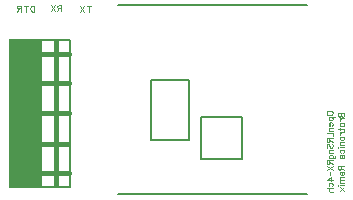
<source format=gbo>
G04 DipTrace Beta 2.3.5.2*
%IN4chRemix.GBO*%
%MOIN*%
%ADD14C,0.015*%
%ADD19C,0.008*%
%ADD20C,0.005*%
%ADD72C,0.0031*%
%ADD74C,0.0044*%
%FSLAX44Y44*%
G04*
G70*
G90*
G75*
G01*
%LNBottom BottomSilk*%
%LPD*%
X3820Y6400D2*
D20*
X10120D1*
X3810Y100D2*
X10110D1*
X4920Y3900D2*
X6200D1*
Y1930D1*
X4920D1*
Y3900D1*
X6580Y2670D2*
X7950D1*
Y1270D1*
X6580D1*
Y2670D1*
G36*
X190Y5280D2*
X1280D1*
Y320D1*
X190D1*
Y5280D1*
G37*
X1240Y5240D2*
D19*
X2220D1*
Y360D1*
X1240D1*
Y5240D1*
X1750Y5200D2*
D14*
Y400D1*
X1230Y4790D2*
X2170D1*
X1240Y3800D2*
X2180D1*
X1230Y2800D2*
X2190D1*
X1210Y1790D2*
X2150D1*
X1230Y800D2*
X2170D1*
X1032Y6396D2*
D74*
Y6195D1*
X965D1*
X936Y6204D1*
X917Y6224D1*
X907Y6243D1*
X898Y6271D1*
Y6319D1*
X907Y6348D1*
X917Y6367D1*
X936Y6386D1*
X965Y6396D1*
X1032D1*
X743D2*
Y6195D1*
X810Y6396D2*
X676D1*
X589Y6300D2*
X503D1*
X474Y6310D1*
X464Y6319D1*
X455Y6338D1*
Y6357D1*
X464Y6376D1*
X474Y6386D1*
X503Y6396D1*
X589D1*
Y6195D1*
X522Y6300D2*
X455Y6195D1*
X2853Y6396D2*
Y6195D1*
X2920Y6396D2*
X2786D1*
X2699D2*
X2565Y6195D1*
Y6396D2*
X2699Y6195D1*
X1930Y6310D2*
X1844D1*
X1815Y6320D1*
X1806Y6329D1*
X1796Y6348D1*
Y6367D1*
X1806Y6386D1*
X1815Y6396D1*
X1844Y6406D1*
X1930D1*
Y6205D1*
X1863Y6310D2*
X1796Y6205D1*
X1709Y6406D2*
X1575Y6205D1*
Y6406D2*
X1709Y6205D1*
X10768Y2839D2*
D72*
X10777Y2858D1*
X10797Y2877D1*
X10816Y2887D1*
X10844Y2896D1*
X10892D1*
X10921Y2887D1*
X10940Y2877D1*
X10959Y2858D1*
X10969Y2839D1*
Y2800D1*
X10959Y2781D1*
X10940Y2762D1*
X10921Y2753D1*
X10892Y2743D1*
X10844D1*
X10816Y2753D1*
X10797Y2762D1*
X10777Y2781D1*
X10768Y2800D1*
Y2839D1*
X10835Y2681D2*
X11036D1*
X10864D2*
X10845Y2662D1*
X10835Y2643D1*
Y2614D1*
X10845Y2595D1*
X10864Y2576D1*
X10892Y2566D1*
X10912D1*
X10940Y2576D1*
X10959Y2595D1*
X10969Y2614D1*
Y2643D1*
X10959Y2662D1*
X10940Y2681D1*
X10892Y2505D2*
Y2390D1*
X10873D1*
X10854Y2399D1*
X10844Y2409D1*
X10835Y2428D1*
Y2457D1*
X10844Y2476D1*
X10864Y2495D1*
X10892Y2505D1*
X10911D1*
X10940Y2495D1*
X10959Y2476D1*
X10969Y2457D1*
Y2428D1*
X10959Y2409D1*
X10940Y2390D1*
X10835Y2328D2*
X10969D1*
X10873D2*
X10844Y2299D1*
X10835Y2280D1*
Y2252D1*
X10844Y2232D1*
X10873Y2223D1*
X10969D1*
X10768Y2161D2*
X10969D1*
Y2046D1*
X10864Y1985D2*
Y1899D1*
X10854Y1870D1*
X10844Y1860D1*
X10825Y1851D1*
X10806D1*
X10787Y1860D1*
X10777Y1870D1*
X10768Y1899D1*
Y1985D1*
X10969D1*
X10864Y1918D2*
X10969Y1851D1*
X10797Y1655D2*
X10777Y1674D1*
X10768Y1703D1*
Y1741D1*
X10777Y1770D1*
X10797Y1789D1*
X10816D1*
X10835Y1779D1*
X10844Y1770D1*
X10854Y1751D1*
X10873Y1693D1*
X10883Y1674D1*
X10892Y1664D1*
X10911Y1655D1*
X10940D1*
X10959Y1674D1*
X10969Y1703D1*
Y1741D1*
X10959Y1770D1*
X10940Y1789D1*
X10835Y1593D2*
X10969D1*
X10873D2*
X10844Y1564D1*
X10835Y1545D1*
Y1517D1*
X10844Y1497D1*
X10873Y1488D1*
X10969D1*
X10844Y1311D2*
X10998D1*
X11026Y1321D1*
X11036Y1330D1*
X11045Y1350D1*
Y1378D1*
X11036Y1397D1*
X10873Y1311D2*
X10854Y1330D1*
X10844Y1350D1*
Y1378D1*
X10854Y1397D1*
X10873Y1417D1*
X10902Y1426D1*
X10921D1*
X10950Y1417D1*
X10969Y1397D1*
X10978Y1378D1*
Y1350D1*
X10969Y1330D1*
X10950Y1311D1*
X10864Y1250D2*
Y1164D1*
X10854Y1135D1*
X10844Y1125D1*
X10825Y1116D1*
X10806D1*
X10787Y1125D1*
X10777Y1135D1*
X10768Y1164D1*
Y1250D1*
X10969D1*
X10864Y1183D2*
X10969Y1116D1*
X10768Y1054D2*
X10969Y920D1*
X10768D2*
X10969Y1054D1*
X10868Y858D2*
Y748D1*
X10969Y590D2*
X10768D1*
X10902Y686D1*
Y542D1*
X10864Y366D2*
X10844Y385D1*
X10835Y404D1*
Y433D1*
X10844Y452D1*
X10864Y471D1*
X10892Y481D1*
X10911D1*
X10940Y471D1*
X10959Y452D1*
X10969Y433D1*
Y404D1*
X10959Y385D1*
X10940Y366D1*
X10768Y304D2*
X10969D1*
X10873D2*
X10844Y275D1*
X10835Y256D1*
Y227D1*
X10844Y208D1*
X10873Y199D1*
X10969D1*
X11158Y2829D2*
X11359D1*
Y2743D1*
X11349Y2714D1*
X11340Y2705D1*
X11321Y2695D1*
X11292D1*
X11273Y2705D1*
X11263Y2714D1*
X11254Y2743D1*
X11244Y2714D1*
X11234Y2705D1*
X11215Y2695D1*
X11196D1*
X11177Y2705D1*
X11167Y2714D1*
X11158Y2743D1*
Y2829D1*
X11254D2*
Y2743D1*
X11225Y2633D2*
X11359D1*
X11282D2*
X11254Y2624D1*
X11234Y2605D1*
X11225Y2585D1*
Y2557D1*
Y2447D2*
X11234Y2466D1*
X11254Y2485D1*
X11282Y2495D1*
X11301D1*
X11330Y2485D1*
X11349Y2466D1*
X11359Y2447D1*
Y2418D1*
X11349Y2399D1*
X11330Y2380D1*
X11301Y2370D1*
X11282D1*
X11254Y2380D1*
X11234Y2399D1*
X11225Y2418D1*
Y2447D1*
X11158Y2280D2*
X11321D1*
X11349Y2270D1*
X11359Y2251D1*
Y2232D1*
X11225Y2309D2*
Y2242D1*
Y2170D2*
X11359D1*
X11282D2*
X11254Y2161D1*
X11234Y2142D1*
X11225Y2122D1*
Y2094D1*
Y1984D2*
X11234Y2003D1*
X11254Y2022D1*
X11282Y2032D1*
X11301D1*
X11330Y2022D1*
X11349Y2003D1*
X11359Y1984D1*
Y1955D1*
X11349Y1936D1*
X11330Y1917D1*
X11301Y1907D1*
X11282D1*
X11254Y1917D1*
X11234Y1936D1*
X11225Y1955D1*
Y1984D1*
Y1846D2*
X11359D1*
X11263D2*
X11234Y1817D1*
X11225Y1798D1*
Y1769D1*
X11234Y1750D1*
X11263Y1740D1*
X11359D1*
X11158Y1679D2*
X11167Y1669D1*
X11158Y1659D1*
X11148Y1669D1*
X11158Y1679D1*
X11225Y1669D2*
X11359D1*
X11254Y1483D2*
X11234Y1502D1*
X11225Y1521D1*
Y1550D1*
X11234Y1569D1*
X11254Y1588D1*
X11282Y1598D1*
X11301D1*
X11330Y1588D1*
X11349Y1569D1*
X11359Y1550D1*
Y1521D1*
X11349Y1502D1*
X11330Y1483D1*
X11254Y1316D2*
X11234Y1325D1*
X11225Y1354D1*
Y1383D1*
X11234Y1412D1*
X11254Y1421D1*
X11273Y1412D1*
X11282Y1392D1*
X11292Y1345D1*
X11301Y1325D1*
X11321Y1316D1*
X11330D1*
X11349Y1325D1*
X11359Y1354D1*
Y1383D1*
X11349Y1412D1*
X11330Y1421D1*
X11254Y1060D2*
Y974D1*
X11244Y945D1*
X11234Y935D1*
X11215Y926D1*
X11196D1*
X11177Y935D1*
X11167Y945D1*
X11158Y974D1*
Y1060D1*
X11359D1*
X11254Y993D2*
X11359Y926D1*
X11282Y864D2*
Y749D1*
X11263D1*
X11244Y759D1*
X11234Y768D1*
X11225Y787D1*
Y816D1*
X11234Y835D1*
X11254Y854D1*
X11282Y864D1*
X11301D1*
X11330Y854D1*
X11349Y835D1*
X11359Y816D1*
Y787D1*
X11349Y768D1*
X11330Y749D1*
X11225Y687D2*
X11359D1*
X11263D2*
X11234Y659D1*
X11225Y639D1*
Y611D1*
X11234Y592D1*
X11263Y582D1*
X11359D1*
X11263D2*
X11234Y553D1*
X11225Y534D1*
Y506D1*
X11234Y486D1*
X11263Y477D1*
X11359D1*
X11158Y415D2*
X11167Y405D1*
X11158Y396D1*
X11148Y405D1*
X11158Y415D1*
X11225Y405D2*
X11359D1*
X11225Y334D2*
X11359Y229D1*
X11225D2*
X11359Y334D1*
M02*

</source>
